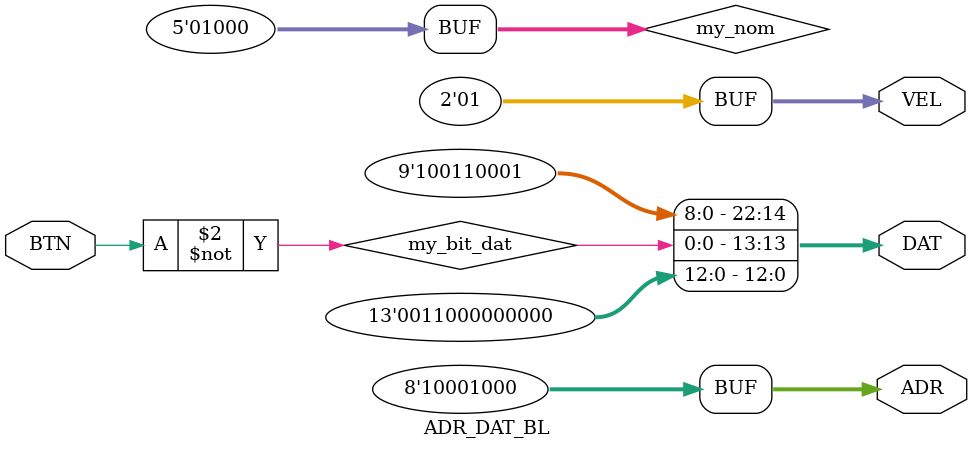
<source format=v>
module ADR_DAT_BL(input BTN, 	output wire [1:0] VEL,
										output wire [7:0] ADR,
										output wire [22:0] DAT);

wire [4:0] my_nom = 5'b01000 ; //5'b01000=8 ;

assign ADR = {3'b100,my_nom} ;

parameter my_dat = 23'h4C6600 ;
parameter my_VEL = 2'b01 ; // 50 kBod

wire my_bit_dat=(my_dat[13]^BTN) ;

assign DAT={my_dat[22:14],my_bit_dat,my_dat[12:0]} ;
assign VEL = my_VEL ;

endmodule

</source>
